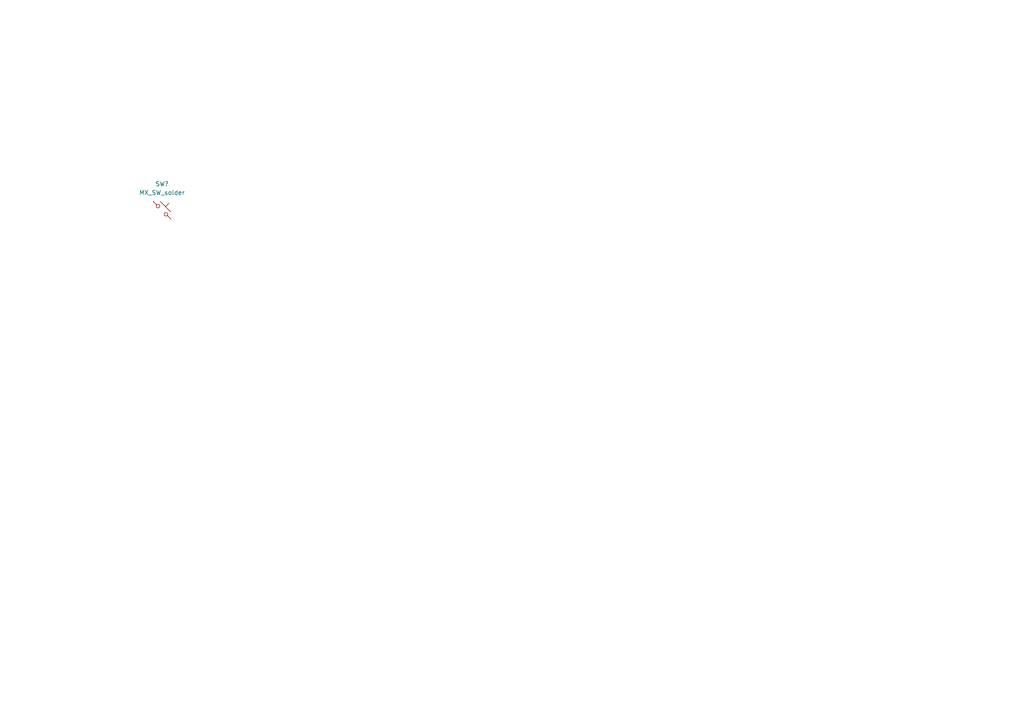
<source format=kicad_sch>
(kicad_sch (version 20211123) (generator eeschema)
  (paper "A4")
  (lib_symbols
    (symbol "marbastlib-mx:MX_SW_solder" (pin_numbers hide) (pin_names (offset 1.016) hide)
      (property "Reference" "SW" (at 3.048 1.016 0))
      (property "Value" "MX_SW_solder" (at 0 -3.81 0))
      (symbol "MX_SW_solder_0_1"
        (circle (center -1.1684 1.1684) (radius 0.508))
        (polyline (pts (xy -0.508 2.54) (xy 2.54 -0.508)))
        (polyline (pts (xy 1.016 1.016) (xy 2.032 2.032)))
        (polyline (pts (xy -2.54 2.54) (xy -1.524 1.524) (xy -1.524 1.524)))
        (polyline (pts (xy 1.524 -1.524) (xy 2.54 -2.54) (xy 2.54 -2.54) (xy 2.54 -2.54)))
        (circle (center 1.143 -1.1938) (radius 0.508))
        (pin passive line (at -2.54 2.54 0) (length 0) (name "1") (number "1"))
        (pin passive line (at 2.54 -2.54 180) (length 0) (name "2") (number "2"))
      )
    )
  )
  (symbol (lib_id "marbastlib-mx:MX_SW_solder") (at 46.99 60.96 0) (unit 1)
    (property "Reference" "SW?" (at 46.99 53.34 0))
    (property "Value" "MX_SW_solder" (at 46.99 55.88 0))
    (property "Footprint" "marbastlib-mx:SW_MX_1u" (effects hide))
  )
)
</source>
